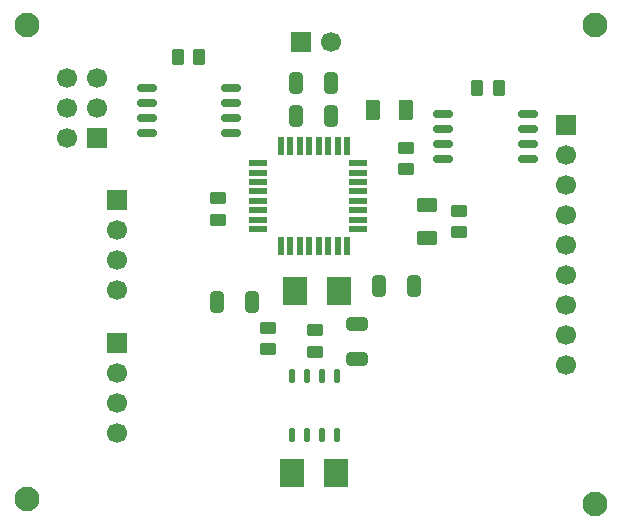
<source format=gbr>
%TF.GenerationSoftware,KiCad,Pcbnew,9.0.1*%
%TF.CreationDate,2025-11-16T16:21:36+03:00*%
%TF.ProjectId,MCU Datalogger wirh 512KB EEPROM,4d435520-4461-4746-916c-6f6767657220,1*%
%TF.SameCoordinates,Original*%
%TF.FileFunction,Soldermask,Top*%
%TF.FilePolarity,Negative*%
%FSLAX46Y46*%
G04 Gerber Fmt 4.6, Leading zero omitted, Abs format (unit mm)*
G04 Created by KiCad (PCBNEW 9.0.1) date 2025-11-16 16:21:36*
%MOMM*%
%LPD*%
G01*
G04 APERTURE LIST*
G04 Aperture macros list*
%AMRoundRect*
0 Rectangle with rounded corners*
0 $1 Rounding radius*
0 $2 $3 $4 $5 $6 $7 $8 $9 X,Y pos of 4 corners*
0 Add a 4 corners polygon primitive as box body*
4,1,4,$2,$3,$4,$5,$6,$7,$8,$9,$2,$3,0*
0 Add four circle primitives for the rounded corners*
1,1,$1+$1,$2,$3*
1,1,$1+$1,$4,$5*
1,1,$1+$1,$6,$7*
1,1,$1+$1,$8,$9*
0 Add four rect primitives between the rounded corners*
20,1,$1+$1,$2,$3,$4,$5,0*
20,1,$1+$1,$4,$5,$6,$7,0*
20,1,$1+$1,$6,$7,$8,$9,0*
20,1,$1+$1,$8,$9,$2,$3,0*%
G04 Aperture macros list end*
%ADD10R,0.550000X1.600000*%
%ADD11R,1.600000X0.550000*%
%ADD12C,2.100000*%
%ADD13RoundRect,0.162500X-0.650000X-0.162500X0.650000X-0.162500X0.650000X0.162500X-0.650000X0.162500X0*%
%ADD14RoundRect,0.250000X-0.325000X-0.650000X0.325000X-0.650000X0.325000X0.650000X-0.325000X0.650000X0*%
%ADD15R,2.000000X2.400000*%
%ADD16RoundRect,0.250000X0.625000X-0.375000X0.625000X0.375000X-0.625000X0.375000X-0.625000X-0.375000X0*%
%ADD17RoundRect,0.250000X0.450000X-0.262500X0.450000X0.262500X-0.450000X0.262500X-0.450000X-0.262500X0*%
%ADD18RoundRect,0.250000X-0.650000X0.325000X-0.650000X-0.325000X0.650000X-0.325000X0.650000X0.325000X0*%
%ADD19R,1.700000X1.700000*%
%ADD20C,1.700000*%
%ADD21RoundRect,0.250000X-0.262500X-0.450000X0.262500X-0.450000X0.262500X0.450000X-0.262500X0.450000X0*%
%ADD22RoundRect,0.078000X-0.182000X-0.492000X0.182000X-0.492000X0.182000X0.492000X-0.182000X0.492000X0*%
%ADD23RoundRect,0.250000X0.375000X0.625000X-0.375000X0.625000X-0.375000X-0.625000X0.375000X-0.625000X0*%
G04 APERTURE END LIST*
D10*
%TO.C,IC1*%
X133143500Y-97437100D03*
X133943500Y-97437100D03*
X134743500Y-97437100D03*
X135543500Y-97437100D03*
X136343500Y-97437100D03*
X137143500Y-97437100D03*
X137943500Y-97437100D03*
X138743500Y-97437100D03*
D11*
X139668500Y-95987100D03*
X139668500Y-95187100D03*
X139668500Y-94387100D03*
X139668500Y-93587100D03*
X139668500Y-92787100D03*
X139668500Y-91987100D03*
X139668500Y-91187100D03*
X139668500Y-90387100D03*
D10*
X138743500Y-88937100D03*
X137943500Y-88937100D03*
X137143500Y-88937100D03*
X136343500Y-88937100D03*
X135543500Y-88937100D03*
X134743500Y-88937100D03*
X133943500Y-88937100D03*
X133143500Y-88937100D03*
D11*
X131168500Y-90387100D03*
X131168500Y-91187100D03*
X131168500Y-91987100D03*
X131168500Y-92787100D03*
X131168500Y-93587100D03*
X131168500Y-94387100D03*
X131168500Y-95187100D03*
X131168500Y-95987100D03*
%TD*%
D12*
%TO.C,H3*%
X111658400Y-118795800D03*
%TD*%
D13*
%TO.C,U2*%
X146843500Y-86257100D03*
X146843500Y-87527100D03*
X146843500Y-88797100D03*
X146843500Y-90067100D03*
X154018500Y-90067100D03*
X154018500Y-88797100D03*
X154018500Y-87527100D03*
X154018500Y-86257100D03*
%TD*%
D14*
%TO.C,C5*%
X134443500Y-83587100D03*
X137393500Y-83587100D03*
%TD*%
D15*
%TO.C,Y1*%
X138018500Y-101187100D03*
X134318500Y-101187100D03*
%TD*%
D16*
%TO.C,D2*%
X145493500Y-96737100D03*
X145493500Y-93937100D03*
%TD*%
D17*
%TO.C,R7*%
X143718500Y-90899600D03*
X143718500Y-89074600D03*
%TD*%
%TO.C,R4*%
X132043500Y-106137100D03*
X132043500Y-104312100D03*
%TD*%
D18*
%TO.C,C4*%
X139593500Y-104012100D03*
X139593500Y-106962100D03*
%TD*%
D17*
%TO.C,R6*%
X127843500Y-95174600D03*
X127843500Y-93349600D03*
%TD*%
D19*
%TO.C,J3*%
X157268500Y-87182100D03*
D20*
X157268500Y-89722100D03*
X157268500Y-92262100D03*
X157268500Y-94802100D03*
X157268500Y-97342100D03*
X157268500Y-99882100D03*
X157268500Y-102422100D03*
X157268500Y-104962100D03*
X157268500Y-107502100D03*
%TD*%
D15*
%TO.C,Y2*%
X134093500Y-116587100D03*
X137793500Y-116587100D03*
%TD*%
D19*
%TO.C,BT1*%
X134828500Y-80162100D03*
D20*
X137368500Y-80162100D03*
%TD*%
D19*
%TO.C,J1*%
X119293500Y-93492100D03*
D20*
X119293500Y-96032100D03*
X119293500Y-98572100D03*
X119293500Y-101112100D03*
%TD*%
D14*
%TO.C,C3*%
X141418500Y-100812100D03*
X144368500Y-100812100D03*
%TD*%
D12*
%TO.C,H2*%
X159715200Y-78714600D03*
%TD*%
D14*
%TO.C,C2*%
X127745000Y-102140000D03*
X130695000Y-102140000D03*
%TD*%
D13*
%TO.C,U1*%
X121768500Y-84067100D03*
X121768500Y-85337100D03*
X121768500Y-86607100D03*
X121768500Y-87877100D03*
X128943500Y-87877100D03*
X128943500Y-86607100D03*
X128943500Y-85337100D03*
X128943500Y-84067100D03*
%TD*%
D17*
%TO.C,R5*%
X135991600Y-106347900D03*
X135991600Y-104522900D03*
%TD*%
D12*
%TO.C,H4*%
X159715200Y-119253000D03*
%TD*%
D17*
%TO.C,R1*%
X148234400Y-96238700D03*
X148234400Y-94413700D03*
%TD*%
D21*
%TO.C,R3*%
X149743500Y-84012100D03*
X151568500Y-84012100D03*
%TD*%
D14*
%TO.C,C1*%
X134443900Y-86431100D03*
X137393900Y-86431100D03*
%TD*%
D22*
%TO.C,U3*%
X134083500Y-108409600D03*
X135353500Y-108409600D03*
X136623500Y-108409600D03*
X137893500Y-108409600D03*
X137893500Y-113449600D03*
X136623500Y-113449600D03*
X135353500Y-113449600D03*
X134083500Y-113449600D03*
%TD*%
D19*
%TO.C,J4*%
X117593500Y-88287100D03*
D20*
X115053500Y-88287100D03*
X117593500Y-85747100D03*
X115053500Y-85747100D03*
X117593500Y-83207100D03*
X115053500Y-83207100D03*
%TD*%
D23*
%TO.C,D1*%
X143693500Y-85887100D03*
X140893500Y-85887100D03*
%TD*%
D12*
%TO.C,H1*%
X111658400Y-78714600D03*
%TD*%
D21*
%TO.C,R2*%
X124406000Y-81437100D03*
X126231000Y-81437100D03*
%TD*%
D19*
%TO.C,J2*%
X119293500Y-105627100D03*
D20*
X119293500Y-108167100D03*
X119293500Y-110707100D03*
X119293500Y-113247100D03*
%TD*%
M02*

</source>
